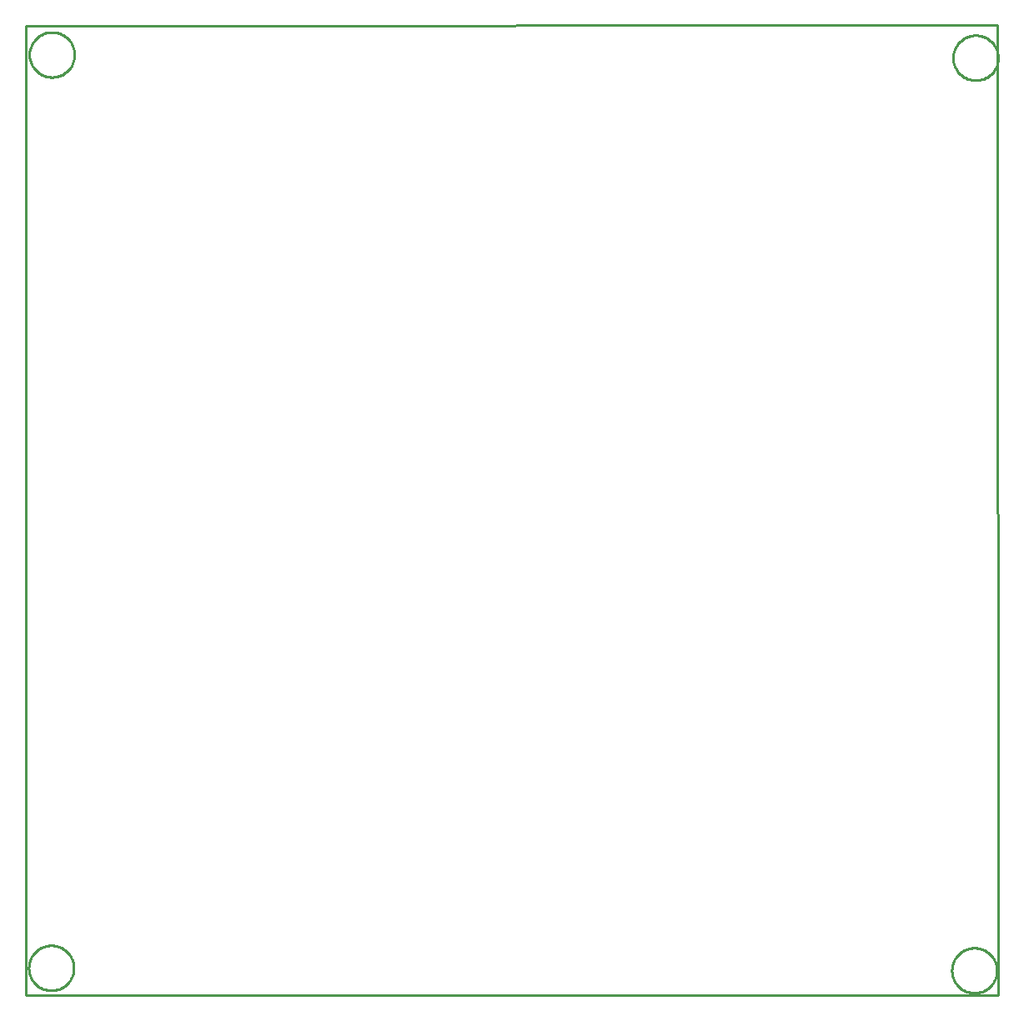
<source format=gbr>
G04 EAGLE Gerber RS-274X export*
G75*
%MOMM*%
%FSLAX34Y34*%
%LPD*%
%IN*%
%IPPOS*%
%AMOC8*
5,1,8,0,0,1.08239X$1,22.5*%
G01*
%ADD10C,0.254000*%


D10*
X-635Y984785D02*
X0Y0D01*
X986665Y635D01*
X986030Y985420D01*
X-635Y984785D01*
X48260Y27299D02*
X48188Y26018D01*
X48044Y24743D01*
X47830Y23478D01*
X47544Y22228D01*
X47189Y20995D01*
X46765Y19784D01*
X46274Y18599D01*
X45718Y17444D01*
X45097Y16321D01*
X44415Y15235D01*
X43673Y14188D01*
X42873Y13186D01*
X42018Y12229D01*
X41111Y11322D01*
X40154Y10467D01*
X39152Y9667D01*
X38105Y8925D01*
X37019Y8243D01*
X35896Y7622D01*
X34741Y7066D01*
X33556Y6575D01*
X32345Y6151D01*
X31112Y5796D01*
X29862Y5510D01*
X28597Y5296D01*
X27322Y5152D01*
X26041Y5080D01*
X24759Y5080D01*
X23478Y5152D01*
X22203Y5296D01*
X20938Y5510D01*
X19688Y5796D01*
X18455Y6151D01*
X17244Y6575D01*
X16059Y7066D01*
X14904Y7622D01*
X13781Y8243D01*
X12695Y8925D01*
X11648Y9667D01*
X10646Y10467D01*
X9689Y11322D01*
X8782Y12229D01*
X7927Y13186D01*
X7127Y14188D01*
X6385Y15235D01*
X5703Y16321D01*
X5082Y17444D01*
X4526Y18599D01*
X4035Y19784D01*
X3611Y20995D01*
X3256Y22228D01*
X2970Y23478D01*
X2756Y24743D01*
X2612Y26018D01*
X2540Y27299D01*
X2540Y28581D01*
X2612Y29862D01*
X2756Y31137D01*
X2970Y32402D01*
X3256Y33652D01*
X3611Y34885D01*
X4035Y36096D01*
X4526Y37281D01*
X5082Y38436D01*
X5703Y39559D01*
X6385Y40645D01*
X7127Y41692D01*
X7927Y42694D01*
X8782Y43651D01*
X9689Y44558D01*
X10646Y45413D01*
X11648Y46213D01*
X12695Y46955D01*
X13781Y47637D01*
X14904Y48258D01*
X16059Y48814D01*
X17244Y49305D01*
X18455Y49729D01*
X19688Y50084D01*
X20938Y50370D01*
X22203Y50584D01*
X23478Y50728D01*
X24759Y50800D01*
X26041Y50800D01*
X27322Y50728D01*
X28597Y50584D01*
X29862Y50370D01*
X31112Y50084D01*
X32345Y49729D01*
X33556Y49305D01*
X34741Y48814D01*
X35896Y48258D01*
X37019Y47637D01*
X38105Y46955D01*
X39152Y46213D01*
X40154Y45413D01*
X41111Y44558D01*
X42018Y43651D01*
X42873Y42694D01*
X43673Y41692D01*
X44415Y40645D01*
X45097Y39559D01*
X45718Y38436D01*
X46274Y37281D01*
X46765Y36096D01*
X47189Y34885D01*
X47544Y33652D01*
X47830Y32402D01*
X48044Y31137D01*
X48188Y29862D01*
X48260Y28581D01*
X48260Y27299D01*
X48895Y955034D02*
X48823Y953753D01*
X48679Y952478D01*
X48465Y951213D01*
X48179Y949963D01*
X47824Y948730D01*
X47400Y947519D01*
X46909Y946334D01*
X46353Y945179D01*
X45732Y944056D01*
X45050Y942970D01*
X44308Y941923D01*
X43508Y940921D01*
X42653Y939964D01*
X41746Y939057D01*
X40789Y938202D01*
X39787Y937402D01*
X38740Y936660D01*
X37654Y935978D01*
X36531Y935357D01*
X35376Y934801D01*
X34191Y934310D01*
X32980Y933886D01*
X31747Y933531D01*
X30497Y933245D01*
X29232Y933031D01*
X27957Y932887D01*
X26676Y932815D01*
X25394Y932815D01*
X24113Y932887D01*
X22838Y933031D01*
X21573Y933245D01*
X20323Y933531D01*
X19090Y933886D01*
X17879Y934310D01*
X16694Y934801D01*
X15539Y935357D01*
X14416Y935978D01*
X13330Y936660D01*
X12283Y937402D01*
X11281Y938202D01*
X10324Y939057D01*
X9417Y939964D01*
X8562Y940921D01*
X7762Y941923D01*
X7020Y942970D01*
X6338Y944056D01*
X5717Y945179D01*
X5161Y946334D01*
X4670Y947519D01*
X4246Y948730D01*
X3891Y949963D01*
X3605Y951213D01*
X3391Y952478D01*
X3247Y953753D01*
X3175Y955034D01*
X3175Y956316D01*
X3247Y957597D01*
X3391Y958872D01*
X3605Y960137D01*
X3891Y961387D01*
X4246Y962620D01*
X4670Y963831D01*
X5161Y965016D01*
X5717Y966171D01*
X6338Y967294D01*
X7020Y968380D01*
X7762Y969427D01*
X8562Y970429D01*
X9417Y971386D01*
X10324Y972293D01*
X11281Y973148D01*
X12283Y973948D01*
X13330Y974690D01*
X14416Y975372D01*
X15539Y975993D01*
X16694Y976549D01*
X17879Y977040D01*
X19090Y977464D01*
X20323Y977819D01*
X21573Y978105D01*
X22838Y978319D01*
X24113Y978463D01*
X25394Y978535D01*
X26676Y978535D01*
X27957Y978463D01*
X29232Y978319D01*
X30497Y978105D01*
X31747Y977819D01*
X32980Y977464D01*
X34191Y977040D01*
X35376Y976549D01*
X36531Y975993D01*
X37654Y975372D01*
X38740Y974690D01*
X39787Y973948D01*
X40789Y973148D01*
X41746Y972293D01*
X42653Y971386D01*
X43508Y970429D01*
X44308Y969427D01*
X45050Y968380D01*
X45732Y967294D01*
X46353Y966171D01*
X46909Y965016D01*
X47400Y963831D01*
X47824Y962620D01*
X48179Y961387D01*
X48465Y960137D01*
X48679Y958872D01*
X48823Y957597D01*
X48895Y956316D01*
X48895Y955034D01*
X986790Y951859D02*
X986718Y950578D01*
X986574Y949303D01*
X986360Y948038D01*
X986074Y946788D01*
X985719Y945555D01*
X985295Y944344D01*
X984804Y943159D01*
X984248Y942004D01*
X983627Y940881D01*
X982945Y939795D01*
X982203Y938748D01*
X981403Y937746D01*
X980548Y936789D01*
X979641Y935882D01*
X978684Y935027D01*
X977682Y934227D01*
X976635Y933485D01*
X975549Y932803D01*
X974426Y932182D01*
X973271Y931626D01*
X972086Y931135D01*
X970875Y930711D01*
X969642Y930356D01*
X968392Y930070D01*
X967127Y929856D01*
X965852Y929712D01*
X964571Y929640D01*
X963289Y929640D01*
X962008Y929712D01*
X960733Y929856D01*
X959468Y930070D01*
X958218Y930356D01*
X956985Y930711D01*
X955774Y931135D01*
X954589Y931626D01*
X953434Y932182D01*
X952311Y932803D01*
X951225Y933485D01*
X950178Y934227D01*
X949176Y935027D01*
X948219Y935882D01*
X947312Y936789D01*
X946457Y937746D01*
X945657Y938748D01*
X944915Y939795D01*
X944233Y940881D01*
X943612Y942004D01*
X943056Y943159D01*
X942565Y944344D01*
X942141Y945555D01*
X941786Y946788D01*
X941500Y948038D01*
X941286Y949303D01*
X941142Y950578D01*
X941070Y951859D01*
X941070Y953141D01*
X941142Y954422D01*
X941286Y955697D01*
X941500Y956962D01*
X941786Y958212D01*
X942141Y959445D01*
X942565Y960656D01*
X943056Y961841D01*
X943612Y962996D01*
X944233Y964119D01*
X944915Y965205D01*
X945657Y966252D01*
X946457Y967254D01*
X947312Y968211D01*
X948219Y969118D01*
X949176Y969973D01*
X950178Y970773D01*
X951225Y971515D01*
X952311Y972197D01*
X953434Y972818D01*
X954589Y973374D01*
X955774Y973865D01*
X956985Y974289D01*
X958218Y974644D01*
X959468Y974930D01*
X960733Y975144D01*
X962008Y975288D01*
X963289Y975360D01*
X964571Y975360D01*
X965852Y975288D01*
X967127Y975144D01*
X968392Y974930D01*
X969642Y974644D01*
X970875Y974289D01*
X972086Y973865D01*
X973271Y973374D01*
X974426Y972818D01*
X975549Y972197D01*
X976635Y971515D01*
X977682Y970773D01*
X978684Y969973D01*
X979641Y969118D01*
X980548Y968211D01*
X981403Y967254D01*
X982203Y966252D01*
X982945Y965205D01*
X983627Y964119D01*
X984248Y962996D01*
X984804Y961841D01*
X985295Y960656D01*
X985719Y959445D01*
X986074Y958212D01*
X986360Y956962D01*
X986574Y955697D01*
X986718Y954422D01*
X986790Y953141D01*
X986790Y951859D01*
X985520Y24759D02*
X985448Y23478D01*
X985304Y22203D01*
X985090Y20938D01*
X984804Y19688D01*
X984449Y18455D01*
X984025Y17244D01*
X983534Y16059D01*
X982978Y14904D01*
X982357Y13781D01*
X981675Y12695D01*
X980933Y11648D01*
X980133Y10646D01*
X979278Y9689D01*
X978371Y8782D01*
X977414Y7927D01*
X976412Y7127D01*
X975365Y6385D01*
X974279Y5703D01*
X973156Y5082D01*
X972001Y4526D01*
X970816Y4035D01*
X969605Y3611D01*
X968372Y3256D01*
X967122Y2970D01*
X965857Y2756D01*
X964582Y2612D01*
X963301Y2540D01*
X962019Y2540D01*
X960738Y2612D01*
X959463Y2756D01*
X958198Y2970D01*
X956948Y3256D01*
X955715Y3611D01*
X954504Y4035D01*
X953319Y4526D01*
X952164Y5082D01*
X951041Y5703D01*
X949955Y6385D01*
X948908Y7127D01*
X947906Y7927D01*
X946949Y8782D01*
X946042Y9689D01*
X945187Y10646D01*
X944387Y11648D01*
X943645Y12695D01*
X942963Y13781D01*
X942342Y14904D01*
X941786Y16059D01*
X941295Y17244D01*
X940871Y18455D01*
X940516Y19688D01*
X940230Y20938D01*
X940016Y22203D01*
X939872Y23478D01*
X939800Y24759D01*
X939800Y26041D01*
X939872Y27322D01*
X940016Y28597D01*
X940230Y29862D01*
X940516Y31112D01*
X940871Y32345D01*
X941295Y33556D01*
X941786Y34741D01*
X942342Y35896D01*
X942963Y37019D01*
X943645Y38105D01*
X944387Y39152D01*
X945187Y40154D01*
X946042Y41111D01*
X946949Y42018D01*
X947906Y42873D01*
X948908Y43673D01*
X949955Y44415D01*
X951041Y45097D01*
X952164Y45718D01*
X953319Y46274D01*
X954504Y46765D01*
X955715Y47189D01*
X956948Y47544D01*
X958198Y47830D01*
X959463Y48044D01*
X960738Y48188D01*
X962019Y48260D01*
X963301Y48260D01*
X964582Y48188D01*
X965857Y48044D01*
X967122Y47830D01*
X968372Y47544D01*
X969605Y47189D01*
X970816Y46765D01*
X972001Y46274D01*
X973156Y45718D01*
X974279Y45097D01*
X975365Y44415D01*
X976412Y43673D01*
X977414Y42873D01*
X978371Y42018D01*
X979278Y41111D01*
X980133Y40154D01*
X980933Y39152D01*
X981675Y38105D01*
X982357Y37019D01*
X982978Y35896D01*
X983534Y34741D01*
X984025Y33556D01*
X984449Y32345D01*
X984804Y31112D01*
X985090Y29862D01*
X985304Y28597D01*
X985448Y27322D01*
X985520Y26041D01*
X985520Y24759D01*
M02*

</source>
